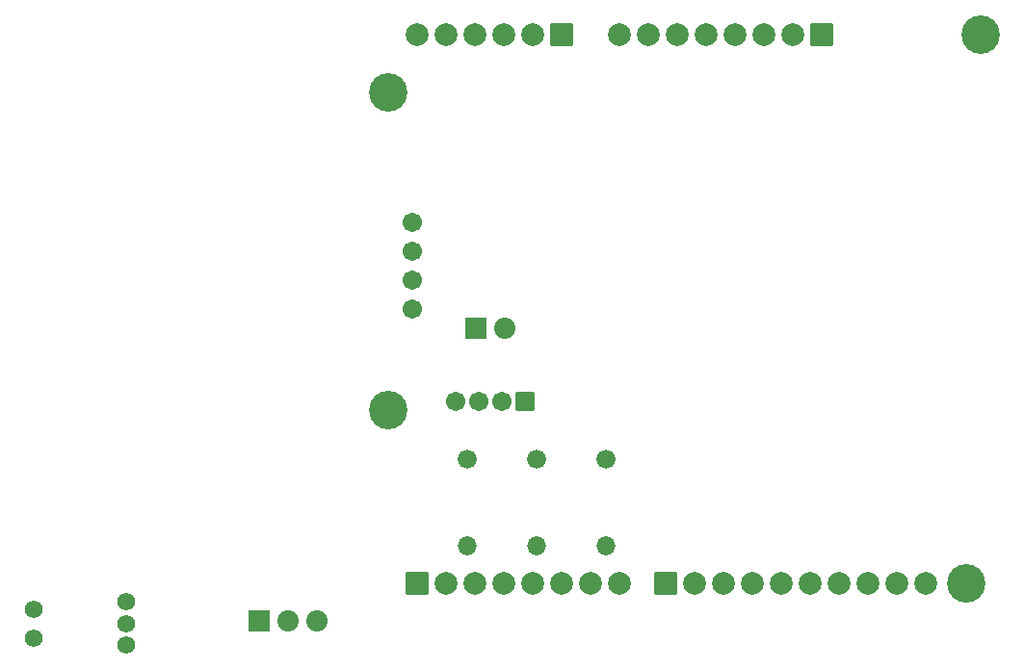
<source format=gbr>
%TF.GenerationSoftware,KiCad,Pcbnew,7.0.10*%
%TF.CreationDate,2025-01-22T21:10:17-07:00*%
%TF.ProjectId,HIVA,48495641-2e6b-4696-9361-645f70636258,rev?*%
%TF.SameCoordinates,Original*%
%TF.FileFunction,Soldermask,Top*%
%TF.FilePolarity,Negative*%
%FSLAX46Y46*%
G04 Gerber Fmt 4.6, Leading zero omitted, Abs format (unit mm)*
G04 Created by KiCad (PCBNEW 7.0.10) date 2025-01-22 21:10:17*
%MOMM*%
%LPD*%
G01*
G04 APERTURE LIST*
G04 Aperture macros list*
%AMRoundRect*
0 Rectangle with rounded corners*
0 $1 Rounding radius*
0 $2 $3 $4 $5 $6 $7 $8 $9 X,Y pos of 4 corners*
0 Add a 4 corners polygon primitive as box body*
4,1,4,$2,$3,$4,$5,$6,$7,$8,$9,$2,$3,0*
0 Add four circle primitives for the rounded corners*
1,1,$1+$1,$2,$3*
1,1,$1+$1,$4,$5*
1,1,$1+$1,$6,$7*
1,1,$1+$1,$8,$9*
0 Add four rect primitives between the rounded corners*
20,1,$1+$1,$2,$3,$4,$5,0*
20,1,$1+$1,$4,$5,$6,$7,0*
20,1,$1+$1,$6,$7,$8,$9,0*
20,1,$1+$1,$8,$9,$2,$3,0*%
G04 Aperture macros list end*
%ADD10C,1.676000*%
%ADD11O,1.676000X1.676000*%
%ADD12C,1.576000*%
%ADD13C,1.704000*%
%ADD14C,3.376000*%
%ADD15C,2.004000*%
%ADD16RoundRect,0.102000X0.900000X0.900000X-0.900000X0.900000X-0.900000X-0.900000X0.900000X-0.900000X0*%
%ADD17RoundRect,0.102000X0.750000X0.750000X-0.750000X0.750000X-0.750000X-0.750000X0.750000X-0.750000X0*%
%ADD18RoundRect,0.038000X0.900000X-0.900000X0.900000X0.900000X-0.900000X0.900000X-0.900000X-0.900000X0*%
%ADD19C,1.876000*%
G04 APERTURE END LIST*
D10*
%TO.C,R3*%
X41934032Y-40364609D03*
D11*
X41934032Y-47984609D03*
%TD*%
D10*
%TO.C,R2*%
X48030032Y-40364609D03*
D11*
X48030032Y-47984609D03*
%TD*%
D10*
%TO.C,R1*%
X54126032Y-40364609D03*
D11*
X54126032Y-47984609D03*
%TD*%
D12*
%TO.C,L1*%
X3834032Y-53572609D03*
X3834032Y-56112609D03*
X11962032Y-52937609D03*
X11962032Y-54842609D03*
X11962032Y-56747609D03*
%TD*%
D13*
%TO.C,U1*%
X37108032Y-19536609D03*
X37108032Y-22076609D03*
X37108032Y-24616609D03*
X37108032Y-27156609D03*
%TD*%
D14*
%TO.C,A1*%
X87122000Y-3048000D03*
X85852000Y-51308000D03*
X35052000Y-36068000D03*
X35052000Y-8128000D03*
D15*
X65532000Y-3048000D03*
X62992000Y-3048000D03*
D16*
X50292000Y-3048000D03*
D15*
X47752000Y-3048000D03*
X45212000Y-3048000D03*
X42672000Y-3048000D03*
X40132000Y-3048000D03*
X79756000Y-51308000D03*
X37592000Y-3048000D03*
X82296000Y-51308000D03*
X77216000Y-51308000D03*
D16*
X37592000Y-51308000D03*
D15*
X40132000Y-51308000D03*
X42672000Y-51308000D03*
X45212000Y-51308000D03*
X47752000Y-51308000D03*
X50292000Y-51308000D03*
X52832000Y-51308000D03*
X55372000Y-51308000D03*
D16*
X59436000Y-51308000D03*
D15*
X61976000Y-51308000D03*
X64516000Y-51308000D03*
X67056000Y-51308000D03*
X69596000Y-51308000D03*
X72136000Y-51308000D03*
X57912000Y-3048000D03*
X60452000Y-3048000D03*
X74676000Y-51308000D03*
X70612000Y-3048000D03*
D16*
X73152000Y-3048000D03*
D15*
X68072000Y-3048000D03*
X55372000Y-3048000D03*
%TD*%
D17*
%TO.C,D1*%
X47014032Y-35284609D03*
D13*
X44982032Y-35284609D03*
X42950032Y-35284609D03*
X40918032Y-35284609D03*
%TD*%
D18*
%TO.C,Buzzer1*%
X42716032Y-28909609D03*
D19*
X45256032Y-28909609D03*
%TD*%
D18*
%TO.C,J1*%
X23646032Y-54588609D03*
D19*
X26186032Y-54588609D03*
X28726032Y-54588609D03*
%TD*%
M02*

</source>
